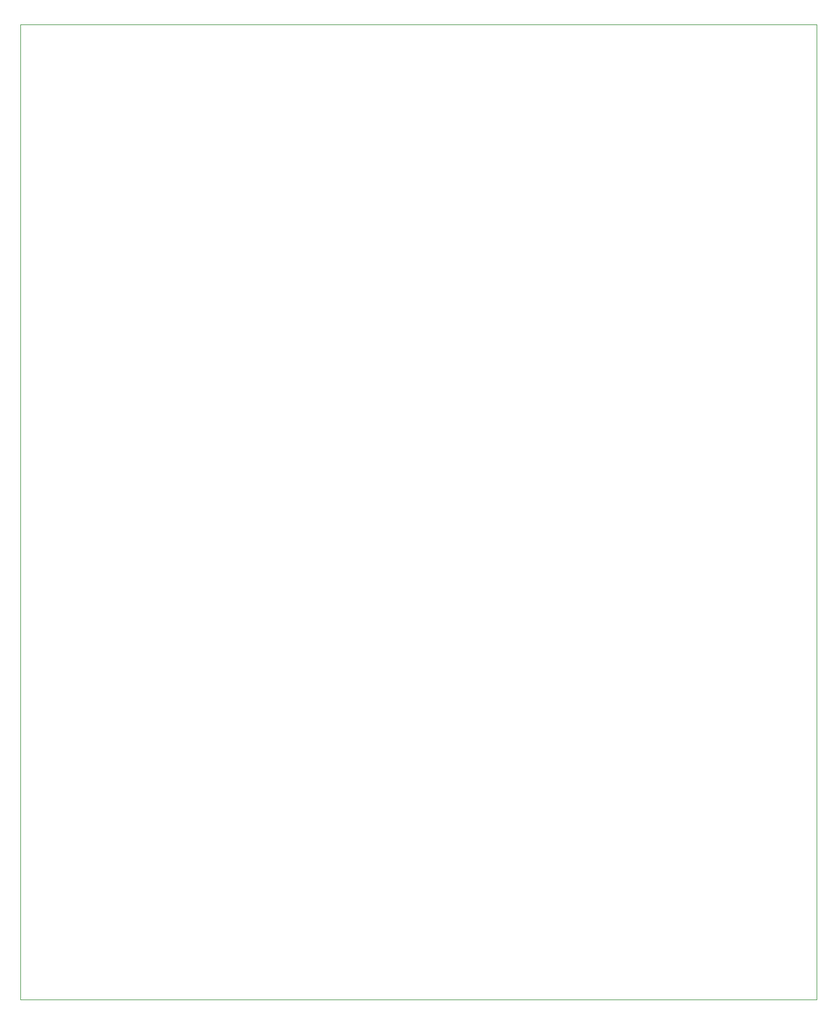
<source format=gbr>
%TF.GenerationSoftware,KiCad,Pcbnew,8.0.1*%
%TF.CreationDate,2024-08-10T17:13:53+02:00*%
%TF.ProjectId,Tracker,54726163-6b65-4722-9e6b-696361645f70,rev?*%
%TF.SameCoordinates,PX5aa5910PY998aa40*%
%TF.FileFunction,Profile,NP*%
%FSLAX46Y46*%
G04 Gerber Fmt 4.6, Leading zero omitted, Abs format (unit mm)*
G04 Created by KiCad (PCBNEW 8.0.1) date 2024-08-10 17:13:53*
%MOMM*%
%LPD*%
G01*
G04 APERTURE LIST*
%TA.AperFunction,Profile*%
%ADD10C,0.100000*%
%TD*%
G04 APERTURE END LIST*
D10*
X-38155Y141677480D02*
X115800000Y141677480D01*
X115800000Y-22520D01*
X-38155Y-22520D01*
X-38155Y141677480D01*
M02*

</source>
